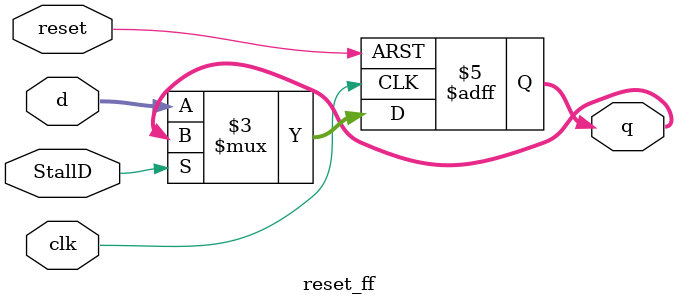
<source format=v>
`timescale 1ns / 1ps
module reset_ff (clk,reset,d,q,StallD);
    input       clk, reset;
    input       [31:0] d;
    
    input       StallD;
    
    output reg  [31:0] q;
    


always @(posedge clk or posedge reset) begin
    if (reset) q <= 0;
    else if(!StallD)    q <= d;
end

endmodule
</source>
